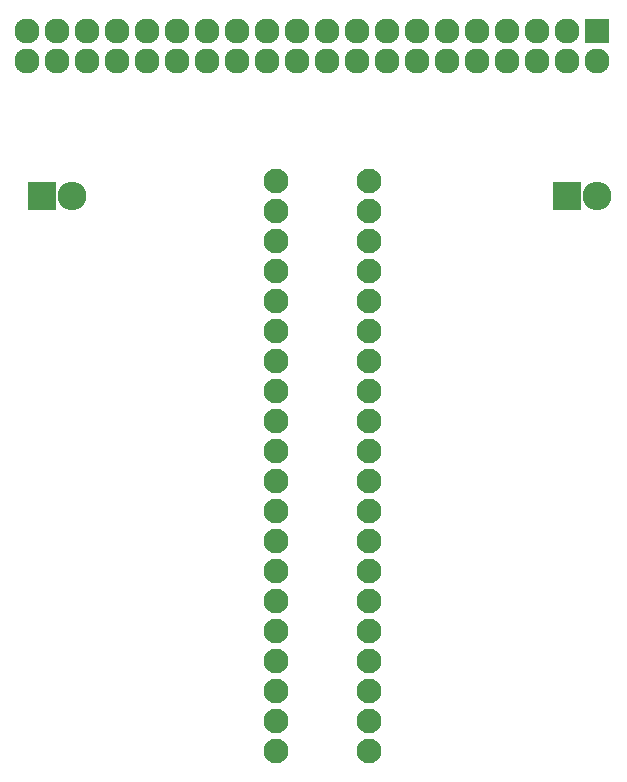
<source format=gbr>
G04 #@! TF.FileFunction,Soldermask,Bot*
%FSLAX46Y46*%
G04 Gerber Fmt 4.6, Leading zero omitted, Abs format (unit mm)*
G04 Created by KiCad (PCBNEW (2015-07-30 BZR 6023, Git cb629e0)-product) date 8/27/2015 11:16:19 AM*
%MOMM*%
G01*
G04 APERTURE LIST*
%ADD10C,0.100000*%
%ADD11C,2.100000*%
%ADD12R,2.127200X2.127200*%
%ADD13O,2.127200X2.127200*%
%ADD14R,2.432000X2.432000*%
%ADD15O,2.432000X2.432000*%
G04 APERTURE END LIST*
D10*
D11*
X144272000Y-71120000D03*
X152142000Y-71120000D03*
X144272000Y-73660000D03*
X152142000Y-73660000D03*
X144272000Y-76200000D03*
X152142000Y-76200000D03*
X144272000Y-78740000D03*
X152142000Y-78740000D03*
X144272000Y-81280000D03*
X152142000Y-81280000D03*
X144272000Y-83820000D03*
X152142000Y-83820000D03*
X144272000Y-86360000D03*
X152142000Y-86360000D03*
X144272000Y-88900000D03*
X152142000Y-88900000D03*
X144272000Y-91440000D03*
X152142000Y-91440000D03*
X144272000Y-93980000D03*
X152142000Y-93980000D03*
X144272000Y-96520000D03*
X152142000Y-96520000D03*
X144272000Y-99060000D03*
X152142000Y-99060000D03*
X144272000Y-101600000D03*
X152142000Y-101600000D03*
X144272000Y-104140000D03*
X152142000Y-104140000D03*
X144272000Y-106680000D03*
X152142000Y-106680000D03*
X144272000Y-109220000D03*
X152142000Y-109220000D03*
X144272000Y-111760000D03*
X152142000Y-111760000D03*
X144272000Y-114300000D03*
X152142000Y-114300000D03*
X144272000Y-116840000D03*
X152142000Y-116840000D03*
X144272000Y-119380000D03*
X152142000Y-119380000D03*
D12*
X171450000Y-58420000D03*
D13*
X171450000Y-60960000D03*
X168910000Y-58420000D03*
X168910000Y-60960000D03*
X166370000Y-58420000D03*
X166370000Y-60960000D03*
X163830000Y-58420000D03*
X163830000Y-60960000D03*
X161290000Y-58420000D03*
X161290000Y-60960000D03*
X158750000Y-58420000D03*
X158750000Y-60960000D03*
X156210000Y-58420000D03*
X156210000Y-60960000D03*
X153670000Y-58420000D03*
X153670000Y-60960000D03*
X151130000Y-58420000D03*
X151130000Y-60960000D03*
X148590000Y-58420000D03*
X148590000Y-60960000D03*
X146050000Y-58420000D03*
X146050000Y-60960000D03*
X143510000Y-58420000D03*
X143510000Y-60960000D03*
X140970000Y-58420000D03*
X140970000Y-60960000D03*
X138430000Y-58420000D03*
X138430000Y-60960000D03*
X135890000Y-58420000D03*
X135890000Y-60960000D03*
X133350000Y-58420000D03*
X133350000Y-60960000D03*
X130810000Y-58420000D03*
X130810000Y-60960000D03*
X128270000Y-58420000D03*
X128270000Y-60960000D03*
X125730000Y-58420000D03*
X125730000Y-60960000D03*
X123190000Y-58420000D03*
X123190000Y-60960000D03*
D14*
X168910000Y-72390000D03*
D15*
X171450000Y-72390000D03*
D14*
X124460000Y-72390000D03*
D15*
X127000000Y-72390000D03*
M02*

</source>
